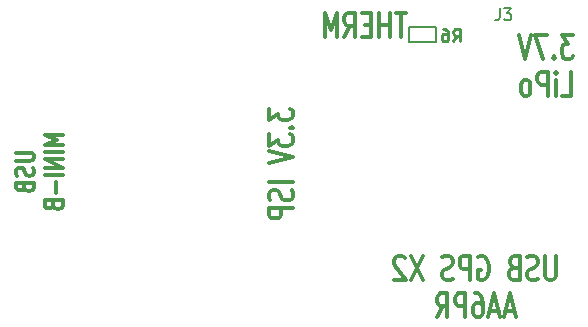
<source format=gbo>
G04 (created by PCBNEW (2013-05-31 BZR 4019)-stable) date 7/20/2013 3:51:13 PM*
%MOIN*%
G04 Gerber Fmt 3.4, Leading zero omitted, Abs format*
%FSLAX34Y34*%
G01*
G70*
G90*
G04 APERTURE LIST*
%ADD10C,0.00590551*%
%ADD11C,0.012*%
%ADD12C,0.005*%
%ADD13C,0.01*%
%ADD14C,0.0035*%
G04 APERTURE END LIST*
G54D10*
G54D11*
X20573Y-13307D02*
X20573Y-13678D01*
X20878Y-13478D01*
X20878Y-13564D01*
X20916Y-13621D01*
X20954Y-13649D01*
X21030Y-13678D01*
X21221Y-13678D01*
X21297Y-13649D01*
X21335Y-13621D01*
X21373Y-13564D01*
X21373Y-13392D01*
X21335Y-13335D01*
X21297Y-13307D01*
X21297Y-13935D02*
X21335Y-13964D01*
X21373Y-13935D01*
X21335Y-13907D01*
X21297Y-13935D01*
X21373Y-13935D01*
X20573Y-14164D02*
X20573Y-14535D01*
X20878Y-14335D01*
X20878Y-14421D01*
X20916Y-14478D01*
X20954Y-14507D01*
X21030Y-14535D01*
X21221Y-14535D01*
X21297Y-14507D01*
X21335Y-14478D01*
X21373Y-14421D01*
X21373Y-14250D01*
X21335Y-14192D01*
X21297Y-14164D01*
X20573Y-14707D02*
X21373Y-14907D01*
X20573Y-15107D01*
X21373Y-15764D02*
X20573Y-15764D01*
X21335Y-16021D02*
X21373Y-16107D01*
X21373Y-16250D01*
X21335Y-16307D01*
X21297Y-16335D01*
X21221Y-16364D01*
X21145Y-16364D01*
X21069Y-16335D01*
X21030Y-16307D01*
X20992Y-16250D01*
X20954Y-16135D01*
X20916Y-16078D01*
X20878Y-16050D01*
X20802Y-16021D01*
X20726Y-16021D01*
X20650Y-16050D01*
X20611Y-16078D01*
X20573Y-16135D01*
X20573Y-16278D01*
X20611Y-16364D01*
X21373Y-16621D02*
X20573Y-16621D01*
X20573Y-16850D01*
X20611Y-16907D01*
X20650Y-16935D01*
X20726Y-16964D01*
X20840Y-16964D01*
X20916Y-16935D01*
X20954Y-16907D01*
X20992Y-16850D01*
X20992Y-16621D01*
X25149Y-10123D02*
X24807Y-10123D01*
X24978Y-10923D02*
X24978Y-10123D01*
X24607Y-10923D02*
X24607Y-10123D01*
X24607Y-10504D02*
X24264Y-10504D01*
X24264Y-10923D02*
X24264Y-10123D01*
X23978Y-10504D02*
X23778Y-10504D01*
X23692Y-10923D02*
X23978Y-10923D01*
X23978Y-10123D01*
X23692Y-10123D01*
X23092Y-10923D02*
X23292Y-10542D01*
X23435Y-10923D02*
X23435Y-10123D01*
X23207Y-10123D01*
X23150Y-10161D01*
X23121Y-10200D01*
X23092Y-10276D01*
X23092Y-10390D01*
X23121Y-10466D01*
X23150Y-10504D01*
X23207Y-10542D01*
X23435Y-10542D01*
X22835Y-10923D02*
X22835Y-10123D01*
X22635Y-10695D01*
X22435Y-10123D01*
X22435Y-10923D01*
X12142Y-14769D02*
X12628Y-14769D01*
X12685Y-14792D01*
X12714Y-14816D01*
X12742Y-14864D01*
X12742Y-14959D01*
X12714Y-15007D01*
X12685Y-15030D01*
X12628Y-15054D01*
X12142Y-15054D01*
X12714Y-15269D02*
X12742Y-15340D01*
X12742Y-15459D01*
X12714Y-15507D01*
X12685Y-15530D01*
X12628Y-15554D01*
X12571Y-15554D01*
X12514Y-15530D01*
X12485Y-15507D01*
X12457Y-15459D01*
X12428Y-15364D01*
X12400Y-15316D01*
X12371Y-15292D01*
X12314Y-15269D01*
X12257Y-15269D01*
X12200Y-15292D01*
X12171Y-15316D01*
X12142Y-15364D01*
X12142Y-15483D01*
X12171Y-15554D01*
X12428Y-15935D02*
X12457Y-16007D01*
X12485Y-16030D01*
X12542Y-16054D01*
X12628Y-16054D01*
X12685Y-16030D01*
X12714Y-16007D01*
X12742Y-15959D01*
X12742Y-15769D01*
X12142Y-15769D01*
X12142Y-15935D01*
X12171Y-15983D01*
X12200Y-16007D01*
X12257Y-16030D01*
X12314Y-16030D01*
X12371Y-16007D01*
X12400Y-15983D01*
X12428Y-15935D01*
X12428Y-15769D01*
X13702Y-14173D02*
X13102Y-14173D01*
X13531Y-14340D01*
X13102Y-14507D01*
X13702Y-14507D01*
X13702Y-14745D02*
X13102Y-14745D01*
X13702Y-14983D02*
X13102Y-14983D01*
X13702Y-15269D01*
X13102Y-15269D01*
X13702Y-15507D02*
X13102Y-15507D01*
X13474Y-15745D02*
X13474Y-16126D01*
X13388Y-16530D02*
X13417Y-16602D01*
X13445Y-16626D01*
X13502Y-16650D01*
X13588Y-16650D01*
X13645Y-16626D01*
X13674Y-16602D01*
X13702Y-16554D01*
X13702Y-16364D01*
X13102Y-16364D01*
X13102Y-16530D01*
X13131Y-16578D01*
X13160Y-16602D01*
X13217Y-16626D01*
X13274Y-16626D01*
X13331Y-16602D01*
X13360Y-16578D01*
X13388Y-16530D01*
X13388Y-16364D01*
X30132Y-18224D02*
X30132Y-18872D01*
X30103Y-18948D01*
X30074Y-18986D01*
X30017Y-19024D01*
X29903Y-19024D01*
X29846Y-18986D01*
X29817Y-18948D01*
X29789Y-18872D01*
X29789Y-18224D01*
X29532Y-18986D02*
X29446Y-19024D01*
X29303Y-19024D01*
X29246Y-18986D01*
X29217Y-18948D01*
X29189Y-18872D01*
X29189Y-18796D01*
X29217Y-18719D01*
X29246Y-18681D01*
X29303Y-18643D01*
X29417Y-18605D01*
X29474Y-18567D01*
X29503Y-18529D01*
X29532Y-18453D01*
X29532Y-18376D01*
X29503Y-18300D01*
X29474Y-18262D01*
X29417Y-18224D01*
X29274Y-18224D01*
X29189Y-18262D01*
X28732Y-18605D02*
X28646Y-18643D01*
X28617Y-18681D01*
X28589Y-18757D01*
X28589Y-18872D01*
X28617Y-18948D01*
X28646Y-18986D01*
X28703Y-19024D01*
X28932Y-19024D01*
X28932Y-18224D01*
X28732Y-18224D01*
X28674Y-18262D01*
X28646Y-18300D01*
X28617Y-18376D01*
X28617Y-18453D01*
X28646Y-18529D01*
X28674Y-18567D01*
X28732Y-18605D01*
X28932Y-18605D01*
X27560Y-18262D02*
X27617Y-18224D01*
X27703Y-18224D01*
X27789Y-18262D01*
X27846Y-18338D01*
X27874Y-18415D01*
X27903Y-18567D01*
X27903Y-18681D01*
X27874Y-18834D01*
X27846Y-18910D01*
X27789Y-18986D01*
X27703Y-19024D01*
X27646Y-19024D01*
X27560Y-18986D01*
X27532Y-18948D01*
X27532Y-18681D01*
X27646Y-18681D01*
X27274Y-19024D02*
X27274Y-18224D01*
X27046Y-18224D01*
X26989Y-18262D01*
X26960Y-18300D01*
X26932Y-18376D01*
X26932Y-18491D01*
X26960Y-18567D01*
X26989Y-18605D01*
X27046Y-18643D01*
X27274Y-18643D01*
X26703Y-18986D02*
X26617Y-19024D01*
X26474Y-19024D01*
X26417Y-18986D01*
X26389Y-18948D01*
X26360Y-18872D01*
X26360Y-18796D01*
X26389Y-18719D01*
X26417Y-18681D01*
X26474Y-18643D01*
X26589Y-18605D01*
X26646Y-18567D01*
X26674Y-18529D01*
X26703Y-18453D01*
X26703Y-18376D01*
X26674Y-18300D01*
X26646Y-18262D01*
X26589Y-18224D01*
X26446Y-18224D01*
X26360Y-18262D01*
X25703Y-18224D02*
X25303Y-19024D01*
X25303Y-18224D02*
X25703Y-19024D01*
X25103Y-18300D02*
X25074Y-18262D01*
X25017Y-18224D01*
X24874Y-18224D01*
X24817Y-18262D01*
X24789Y-18300D01*
X24760Y-18376D01*
X24760Y-18453D01*
X24789Y-18567D01*
X25132Y-19024D01*
X24760Y-19024D01*
X28746Y-20036D02*
X28460Y-20036D01*
X28803Y-20264D02*
X28603Y-19464D01*
X28403Y-20264D01*
X28232Y-20036D02*
X27946Y-20036D01*
X28289Y-20264D02*
X28089Y-19464D01*
X27889Y-20264D01*
X27432Y-19464D02*
X27546Y-19464D01*
X27603Y-19502D01*
X27632Y-19540D01*
X27689Y-19655D01*
X27717Y-19807D01*
X27717Y-20112D01*
X27689Y-20188D01*
X27660Y-20226D01*
X27603Y-20264D01*
X27489Y-20264D01*
X27432Y-20226D01*
X27403Y-20188D01*
X27374Y-20112D01*
X27374Y-19921D01*
X27403Y-19845D01*
X27432Y-19807D01*
X27489Y-19769D01*
X27603Y-19769D01*
X27660Y-19807D01*
X27689Y-19845D01*
X27717Y-19921D01*
X27117Y-20264D02*
X27117Y-19464D01*
X26889Y-19464D01*
X26832Y-19502D01*
X26803Y-19540D01*
X26774Y-19616D01*
X26774Y-19731D01*
X26803Y-19807D01*
X26832Y-19845D01*
X26889Y-19883D01*
X27117Y-19883D01*
X26174Y-20264D02*
X26374Y-19883D01*
X26517Y-20264D02*
X26517Y-19464D01*
X26289Y-19464D01*
X26232Y-19502D01*
X26203Y-19540D01*
X26174Y-19616D01*
X26174Y-19731D01*
X26203Y-19807D01*
X26232Y-19845D01*
X26289Y-19883D01*
X26517Y-19883D01*
X30708Y-10842D02*
X30337Y-10842D01*
X30537Y-11147D01*
X30451Y-11147D01*
X30394Y-11185D01*
X30365Y-11223D01*
X30337Y-11299D01*
X30337Y-11490D01*
X30365Y-11566D01*
X30394Y-11604D01*
X30451Y-11642D01*
X30622Y-11642D01*
X30679Y-11604D01*
X30708Y-11566D01*
X30079Y-11566D02*
X30051Y-11604D01*
X30079Y-11642D01*
X30108Y-11604D01*
X30079Y-11566D01*
X30079Y-11642D01*
X29851Y-10842D02*
X29451Y-10842D01*
X29708Y-11642D01*
X29308Y-10842D02*
X29108Y-11642D01*
X28908Y-10842D01*
X30351Y-12882D02*
X30637Y-12882D01*
X30637Y-12082D01*
X30151Y-12882D02*
X30151Y-12349D01*
X30151Y-12082D02*
X30179Y-12120D01*
X30151Y-12158D01*
X30122Y-12120D01*
X30151Y-12082D01*
X30151Y-12158D01*
X29865Y-12882D02*
X29865Y-12082D01*
X29637Y-12082D01*
X29579Y-12120D01*
X29551Y-12158D01*
X29522Y-12235D01*
X29522Y-12349D01*
X29551Y-12425D01*
X29579Y-12463D01*
X29637Y-12501D01*
X29865Y-12501D01*
X29179Y-12882D02*
X29237Y-12844D01*
X29265Y-12806D01*
X29294Y-12730D01*
X29294Y-12501D01*
X29265Y-12425D01*
X29237Y-12387D01*
X29179Y-12349D01*
X29094Y-12349D01*
X29037Y-12387D01*
X29008Y-12425D01*
X28979Y-12501D01*
X28979Y-12730D01*
X29008Y-12806D01*
X29037Y-12844D01*
X29094Y-12882D01*
X29179Y-12882D01*
G54D12*
X25250Y-11100D02*
X26150Y-11100D01*
X26150Y-11100D02*
X26150Y-10600D01*
X26150Y-10600D02*
X25250Y-10600D01*
X25250Y-10600D02*
X25250Y-11100D01*
G54D13*
X26716Y-11061D02*
X26849Y-10871D01*
X26945Y-11061D02*
X26945Y-10661D01*
X26792Y-10661D01*
X26754Y-10680D01*
X26735Y-10700D01*
X26716Y-10738D01*
X26716Y-10795D01*
X26735Y-10833D01*
X26754Y-10852D01*
X26792Y-10871D01*
X26945Y-10871D01*
X26373Y-10661D02*
X26449Y-10661D01*
X26488Y-10680D01*
X26507Y-10700D01*
X26545Y-10757D01*
X26564Y-10833D01*
X26564Y-10985D01*
X26545Y-11023D01*
X26526Y-11042D01*
X26488Y-11061D01*
X26411Y-11061D01*
X26373Y-11042D01*
X26354Y-11023D01*
X26335Y-10985D01*
X26335Y-10890D01*
X26354Y-10852D01*
X26373Y-10833D01*
X26411Y-10814D01*
X26488Y-10814D01*
X26526Y-10833D01*
X26545Y-10852D01*
X26564Y-10890D01*
G54D10*
X28268Y-9965D02*
X28268Y-10246D01*
X28250Y-10303D01*
X28212Y-10340D01*
X28156Y-10359D01*
X28118Y-10359D01*
X28418Y-9965D02*
X28662Y-9965D01*
X28531Y-10115D01*
X28587Y-10115D01*
X28624Y-10134D01*
X28643Y-10153D01*
X28662Y-10190D01*
X28662Y-10284D01*
X28643Y-10321D01*
X28624Y-10340D01*
X28587Y-10359D01*
X28474Y-10359D01*
X28437Y-10340D01*
X28418Y-10321D01*
G54D14*
M02*

</source>
